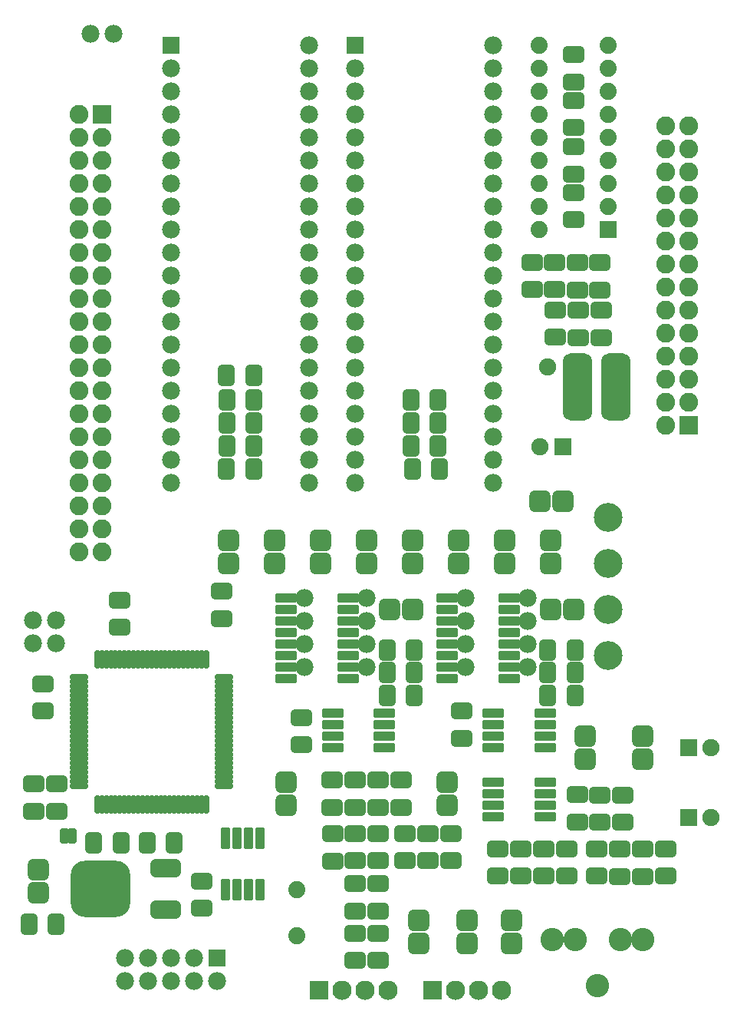
<source format=gts>
G04*
G04  File:            TURBOFMPRO_B.GTS, Thu Nov 11 21:08:36 2021*
G04  Source:          P-CAD 2006 PCB, Version 19.02.958, (Z:\home\lvd\d\turbofmpro\pcad\TurboFMpro_b.pcb)*
G04  Format:          Gerber Format (RS-274-D), ASCII*
G04*
G04  Format Options:  Absolute Positioning*
G04                   Leading-Zero Suppression*
G04                   Scale Factor 1:1*
G04                   NO Circular Interpolation*
G04                   Millimeter Units*
G04                   Numeric Format: 4.4 (XXXX.XXXX)*
G04                   G54 NOT Used for Aperture Change*
G04                   Apertures Embedded*
G04*
G04  File Options:    Offset = (0.000mm,0.000mm)*
G04                   Drill Symbol Size = 2.032mm*
G04                   No Pad/Via Holes*
G04*
G04  File Contents:   Pads*
G04                   No Vias*
G04                   No Designators*
G04                   No Types*
G04                   No Values*
G04                   No Drill Symbols*
G04                   Top Mask*
G04*
%INTURBOFMPRO_B.GTS*%
%ICAS*%
%MOMM*%
G04*
G04  Aperture MACROs for general use --- invoked via D-code assignment *
G04*
G04  General MACRO for flashed round with rotation and/or offset hole *
%AMROTOFFROUND*
1,1,$1,0.0000,0.0000*
1,0,$2,$3,$4*%
G04*
G04  General MACRO for flashed oval (obround) with rotation and/or offset hole *
%AMROTOFFOVAL*
21,1,$1,$2,0.0000,0.0000,$3*
1,1,$4,$5,$6*
1,1,$4,0-$5,0-$6*
1,0,$7,$8,$9*%
G04*
G04  General MACRO for flashed oval (obround) with rotation and no hole *
%AMROTOVALNOHOLE*
21,1,$1,$2,0.0000,0.0000,$3*
1,1,$4,$5,$6*
1,1,$4,0-$5,0-$6*%
G04*
G04  General MACRO for flashed rectangle with rotation and/or offset hole *
%AMROTOFFRECT*
21,1,$1,$2,0.0000,0.0000,$3*
1,0,$4,$5,$6*%
G04*
G04  General MACRO for flashed rectangle with rotation and no hole *
%AMROTRECTNOHOLE*
21,1,$1,$2,0.0000,0.0000,$3*%
G04*
G04  General MACRO for flashed rounded-rectangle *
%AMROUNDRECT*
21,1,$1,$2-$4,0.0000,0.0000,$3*
21,1,$1-$4,$2,0.0000,0.0000,$3*
1,1,$4,$5,$6*
1,1,$4,$7,$8*
1,1,$4,0-$5,0-$6*
1,1,$4,0-$7,0-$8*
1,0,$9,$10,$11*%
G04*
G04  General MACRO for flashed rounded-rectangle with rotation and no hole *
%AMROUNDRECTNOHOLE*
21,1,$1,$2-$4,0.0000,0.0000,$3*
21,1,$1-$4,$2,0.0000,0.0000,$3*
1,1,$4,$5,$6*
1,1,$4,$7,$8*
1,1,$4,0-$5,0-$6*
1,1,$4,0-$7,0-$8*%
G04*
G04  General MACRO for flashed regular polygon *
%AMREGPOLY*
5,1,$1,0.0000,0.0000,$2,$3+$4*
1,0,$5,$6,$7*%
G04*
G04  General MACRO for flashed regular polygon with no hole *
%AMREGPOLYNOHOLE*
5,1,$1,0.0000,0.0000,$2,$3+$4*%
G04*
G04  General MACRO for target *
%AMTARGET*
6,0,0,$1,$2,$3,4,$4,$5,$6*%
G04*
G04  General MACRO for mounting hole *
%AMMTHOLE*
1,1,$1,0,0*
1,0,$2,0,0*
$1=$1-$2*
$1=$1/2*
21,1,$2+$1,$3,0,0,$4*
21,1,$3,$2+$1,0,0,$4*%
G04*
G04*
G04  D10 : "Ellipse X0.254mm Y0.254mm H0.000mm 0.0deg (0.000mm,0.000mm) Draw"*
G04  Disc: OuterDia=0.2540*
%ADD10C, 0.2540*%
G04  D11 : "Ellipse X0.381mm Y0.381mm H0.000mm 0.0deg (0.000mm,0.000mm) Draw"*
G04  Disc: OuterDia=0.3810*
%ADD11C, 0.3810*%
G04  D12 : "Ellipse X0.500mm Y0.500mm H0.000mm 0.0deg (0.000mm,0.000mm) Draw"*
G04  Disc: OuterDia=0.5000*
%ADD12C, 0.5000*%
G04  D13 : "Ellipse X0.100mm Y0.100mm H0.000mm 0.0deg (0.000mm,0.000mm) Draw"*
G04  Disc: OuterDia=0.1000*
%ADD13C, 0.1000*%
G04  D14 : "Ellipse X1.000mm Y1.000mm H0.000mm 0.0deg (0.000mm,0.000mm) Draw"*
G04  Disc: OuterDia=1.0000*
%ADD14C, 1.0000*%
G04  D15 : "Ellipse X0.127mm Y0.127mm H0.000mm 0.0deg (0.000mm,0.000mm) Draw"*
G04  Disc: OuterDia=0.1270*
%ADD15C, 0.1270*%
G04  D16 : "Ellipse X0.150mm Y0.150mm H0.000mm 0.0deg (0.000mm,0.000mm) Draw"*
G04  Disc: OuterDia=0.1500*
%ADD16C, 0.1500*%
G04  D17 : "Ellipse X0.200mm Y0.200mm H0.000mm 0.0deg (0.000mm,0.000mm) Draw"*
G04  Disc: OuterDia=0.2000*
%ADD17C, 0.2000*%
G04  D18 : "Ellipse X0.250mm Y0.250mm H0.000mm 0.0deg (0.000mm,0.000mm) Draw"*
G04  Disc: OuterDia=0.2500*
%ADD18C, 0.2500*%
G04  D19 : "Ellipse X2.581mm Y2.581mm H0.000mm 0.0deg (0.000mm,0.000mm) Flash"*
G04  Disc: OuterDia=2.5810*
%ADD19C, 2.5810*%
G04  D20 : "Ellipse X2.800mm Y2.800mm H0.000mm 0.0deg (0.000mm,0.000mm) Flash"*
G04  Disc: OuterDia=2.8000*
%ADD20C, 2.8000*%
G04  D21 : "Ellipse X3.181mm Y3.181mm H0.000mm 0.0deg (0.000mm,0.000mm) Flash"*
G04  Disc: OuterDia=3.1810*
%ADD21C, 3.1810*%
G04  D22 : "Ellipse X1.500mm Y1.500mm H0.000mm 0.0deg (0.000mm,0.000mm) Flash"*
G04  Disc: OuterDia=1.5000*
%ADD22C, 1.5000*%
G04  D23 : "Ellipse X1.524mm Y1.524mm H0.000mm 0.0deg (0.000mm,0.000mm) Flash"*
G04  Disc: OuterDia=1.5240*
%ADD23C, 1.5240*%
G04  D24 : "Ellipse X1.600mm Y1.600mm H0.000mm 0.0deg (0.000mm,0.000mm) Flash"*
G04  Disc: OuterDia=1.6000*
%ADD24C, 1.6000*%
G04  D25 : "Ellipse X1.700mm Y1.700mm H0.000mm 0.0deg (0.000mm,0.000mm) Flash"*
G04  Disc: OuterDia=1.7000*
%ADD25C, 1.7000*%
G04  D26 : "Ellipse X1.750mm Y1.750mm H0.000mm 0.0deg (0.000mm,0.000mm) Flash"*
G04  Disc: OuterDia=1.7500*
%ADD26C, 1.7500*%
G04  D27 : "Ellipse X1.881mm Y1.881mm H0.000mm 0.0deg (0.000mm,0.000mm) Flash"*
G04  Disc: OuterDia=1.8810*
%ADD27C, 1.8810*%
G04  D28 : "Ellipse X1.905mm Y1.905mm H0.000mm 0.0deg (0.000mm,0.000mm) Flash"*
G04  Disc: OuterDia=1.9050*
%ADD28C, 1.9050*%
G04  D29 : "Ellipse X1.981mm Y1.981mm H0.000mm 0.0deg (0.000mm,0.000mm) Flash"*
G04  Disc: OuterDia=1.9810*
%ADD29C, 1.9810*%
G04  D30 : "Ellipse X2.081mm Y2.081mm H0.000mm 0.0deg (0.000mm,0.000mm) Flash"*
G04  Disc: OuterDia=2.0810*
%ADD30C, 2.0810*%
G04  D31 : "Ellipse X2.131mm Y2.131mm H0.000mm 0.0deg (0.000mm,0.000mm) Flash"*
G04  Disc: OuterDia=2.1310*
%ADD31C, 2.1310*%
G04  D32 : "Ellipse X2.200mm Y2.200mm H0.000mm 0.0deg (0.000mm,0.000mm) Flash"*
G04  Disc: OuterDia=2.2000*
%ADD32C, 2.2000*%
G04  D33 : "Rounded Rectangle X2.800mm Y7.000mm H0.000mm 0.0deg (0.000mm,0.000mm) Flash"*
G04  RoundRct: DimX=2.8000, DimY=7.0000, CornerRad=0.7000, Rotation=0.0, OffsetX=0.0000, OffsetY=0.0000, HoleDia=0.0000 *
%ADD33ROUNDRECTNOHOLE, 2.8000 X7.0000 X0.0 X1.4000 X-0.7000 X-2.8000 X-0.7000 X2.8000*%
G04  D34 : "Rounded Rectangle X3.000mm Y1.600mm H0.000mm 0.0deg (0.000mm,0.000mm) Flash"*
G04  RoundRct: DimX=3.0000, DimY=1.6000, CornerRad=0.4000, Rotation=0.0, OffsetX=0.0000, OffsetY=0.0000, HoleDia=0.0000 *
%ADD34ROUNDRECTNOHOLE, 3.0000 X1.6000 X0.0 X0.8000 X-1.1000 X-0.4000 X-1.1000 X0.4000*%
G04  D35 : "Rounded Rectangle X3.181mm Y7.381mm H0.000mm 0.0deg (0.000mm,0.000mm) Flash"*
G04  RoundRct: DimX=3.1810, DimY=7.3810, CornerRad=0.7953, Rotation=0.0, OffsetX=0.0000, OffsetY=0.0000, HoleDia=0.0000 *
%ADD35ROUNDRECTNOHOLE, 3.1810 X7.3810 X0.0 X1.5905 X-0.7953 X-2.8952 X-0.7953 X2.8952*%
G04  D36 : "Rounded Rectangle X3.381mm Y1.981mm H0.000mm 0.0deg (0.000mm,0.000mm) Flash"*
G04  RoundRct: DimX=3.3810, DimY=1.9810, CornerRad=0.4953, Rotation=0.0, OffsetX=0.0000, OffsetY=0.0000, HoleDia=0.0000 *
%ADD36ROUNDRECTNOHOLE, 3.3810 X1.9810 X0.0 X0.9905 X-1.1953 X-0.4953 X-1.1953 X0.4953*%
G04  D37 : "Rounded Rectangle X6.200mm Y5.800mm H0.000mm 0.0deg (0.000mm,0.000mm) Flash"*
G04  RoundRct: DimX=6.2000, DimY=5.8000, CornerRad=1.4500, Rotation=0.0, OffsetX=0.0000, OffsetY=0.0000, HoleDia=0.0000 *
%ADD37ROUNDRECTNOHOLE, 6.2000 X5.8000 X0.0 X2.9000 X-1.6500 X-1.4500 X-1.6500 X1.4500*%
G04  D38 : "Rounded Rectangle X6.581mm Y6.181mm H0.000mm 0.0deg (0.000mm,0.000mm) Flash"*
G04  RoundRct: DimX=6.5810, DimY=6.1810, CornerRad=1.5453, Rotation=0.0, OffsetX=0.0000, OffsetY=0.0000, HoleDia=0.0000 *
%ADD38ROUNDRECTNOHOLE, 6.5810 X6.1810 X0.0 X3.0905 X-1.7453 X-1.5453 X-1.7453 X1.5453*%
G04  D39 : "Rounded Rectangle X0.635mm Y1.270mm H0.000mm 0.0deg (0.000mm,0.000mm) Flash"*
G04  RoundRct: DimX=0.6350, DimY=1.2700, CornerRad=0.1588, Rotation=0.0, OffsetX=0.0000, OffsetY=0.0000, HoleDia=0.0000 *
%ADD39ROUNDRECTNOHOLE, 0.6350 X1.2700 X0.0 X0.3175 X-0.1588 X-0.4763 X-0.1588 X0.4763*%
G04  D40 : "Rounded Rectangle X1.500mm Y2.000mm H0.000mm 0.0deg (0.000mm,0.000mm) Flash"*
G04  RoundRct: DimX=1.5000, DimY=2.0000, CornerRad=0.3750, Rotation=0.0, OffsetX=0.0000, OffsetY=0.0000, HoleDia=0.0000 *
%ADD40ROUNDRECTNOHOLE, 1.5000 X2.0000 X0.0 X0.7500 X-0.3750 X-0.6250 X-0.3750 X0.6250*%
G04  D41 : "Rounded Rectangle X2.000mm Y1.500mm H0.000mm 0.0deg (0.000mm,0.000mm) Flash"*
G04  RoundRct: DimX=2.0000, DimY=1.5000, CornerRad=0.3750, Rotation=0.0, OffsetX=0.0000, OffsetY=0.0000, HoleDia=0.0000 *
%ADD41ROUNDRECTNOHOLE, 2.0000 X1.5000 X0.0 X0.7500 X-0.6250 X-0.3750 X-0.6250 X0.3750*%
G04  D42 : "Rounded Rectangle X1.600mm Y0.300mm H0.000mm 0.0deg (0.000mm,0.000mm) Flash"*
G04  RoundRct: DimX=1.6000, DimY=0.3000, CornerRad=0.0750, Rotation=0.0, OffsetX=0.0000, OffsetY=0.0000, HoleDia=0.0000 *
%ADD42ROUNDRECTNOHOLE, 1.6000 X0.3000 X0.0 X0.1500 X-0.7250 X-0.0750 X-0.7250 X0.0750*%
G04  D43 : "Rounded Rectangle X0.300mm Y1.600mm H0.000mm 0.0deg (0.000mm,0.000mm) Flash"*
G04  RoundRct: DimX=0.3000, DimY=1.6000, CornerRad=0.0750, Rotation=0.0, OffsetX=0.0000, OffsetY=0.0000, HoleDia=0.0000 *
%ADD43ROUNDRECTNOHOLE, 0.3000 X1.6000 X0.0 X0.1500 X-0.0750 X-0.7250 X-0.0750 X0.7250*%
G04  D44 : "Rounded Rectangle X1.016mm Y1.651mm H0.000mm 0.0deg (0.000mm,0.000mm) Flash"*
G04  RoundRct: DimX=1.0160, DimY=1.6510, CornerRad=0.2540, Rotation=0.0, OffsetX=0.0000, OffsetY=0.0000, HoleDia=0.0000 *
%ADD44ROUNDRECTNOHOLE, 1.0160 X1.6510 X0.0 X0.5080 X-0.2540 X-0.5715 X-0.2540 X0.5715*%
G04  D45 : "Rounded Rectangle X1.881mm Y2.381mm H0.000mm 0.0deg (0.000mm,0.000mm) Flash"*
G04  RoundRct: DimX=1.8810, DimY=2.3810, CornerRad=0.4703, Rotation=0.0, OffsetX=0.0000, OffsetY=0.0000, HoleDia=0.0000 *
%ADD45ROUNDRECTNOHOLE, 1.8810 X2.3810 X0.0 X0.9405 X-0.4703 X-0.7203 X-0.4703 X0.7203*%
G04  D46 : "Rounded Rectangle X2.381mm Y1.881mm H0.000mm 0.0deg (0.000mm,0.000mm) Flash"*
G04  RoundRct: DimX=2.3810, DimY=1.8810, CornerRad=0.4703, Rotation=0.0, OffsetX=0.0000, OffsetY=0.0000, HoleDia=0.0000 *
%ADD46ROUNDRECTNOHOLE, 2.3810 X1.8810 X0.0 X0.9405 X-0.7203 X-0.4703 X-0.7203 X0.4703*%
G04  D47 : "Rounded Rectangle X1.981mm Y0.681mm H0.000mm 0.0deg (0.000mm,0.000mm) Flash"*
G04  RoundRct: DimX=1.9810, DimY=0.6810, CornerRad=0.1703, Rotation=0.0, OffsetX=0.0000, OffsetY=0.0000, HoleDia=0.0000 *
%ADD47ROUNDRECTNOHOLE, 1.9810 X0.6810 X0.0 X0.3405 X-0.8203 X-0.1703 X-0.8203 X0.1703*%
G04  D48 : "Rounded Rectangle X0.681mm Y1.981mm H0.000mm 0.0deg (0.000mm,0.000mm) Flash"*
G04  RoundRct: DimX=0.6810, DimY=1.9810, CornerRad=0.1703, Rotation=0.0, OffsetX=0.0000, OffsetY=0.0000, HoleDia=0.0000 *
%ADD48ROUNDRECTNOHOLE, 0.6810 X1.9810 X0.0 X0.3405 X-0.1703 X-0.8203 X-0.1703 X0.8203*%
G04  D49 : "Rounded Rectangle X2.000mm Y2.000mm H0.000mm 0.0deg (0.000mm,0.000mm) Flash"*
G04  RoundRct: DimX=2.0000, DimY=2.0000, CornerRad=0.5000, Rotation=0.0, OffsetX=0.0000, OffsetY=0.0000, HoleDia=0.0000 *
%ADD49ROUNDRECTNOHOLE, 2.0000 X2.0000 X0.0 X1.0000 X-0.5000 X-0.5000 X-0.5000 X0.5000*%
G04  D50 : "Rounded Rectangle X2.032mm Y0.660mm H0.000mm 0.0deg (0.000mm,0.000mm) Flash"*
G04  RoundRct: DimX=2.0320, DimY=0.6604, CornerRad=0.1651, Rotation=0.0, OffsetX=0.0000, OffsetY=0.0000, HoleDia=0.0000 *
%ADD50ROUNDRECTNOHOLE, 2.0320 X0.6604 X0.0 X0.3302 X-0.8509 X-0.1651 X-0.8509 X0.1651*%
G04  D51 : "Rounded Rectangle X0.660mm Y2.032mm H0.000mm 0.0deg (0.000mm,0.000mm) Flash"*
G04  RoundRct: DimX=0.6604, DimY=2.0320, CornerRad=0.1651, Rotation=0.0, OffsetX=0.0000, OffsetY=0.0000, HoleDia=0.0000 *
%ADD51ROUNDRECTNOHOLE, 0.6604 X2.0320 X0.0 X0.3302 X-0.1651 X-0.8509 X-0.1651 X0.8509*%
G04  D52 : "Rounded Rectangle X2.381mm Y2.381mm H0.000mm 0.0deg (0.000mm,0.000mm) Flash"*
G04  RoundRct: DimX=2.3810, DimY=2.3810, CornerRad=0.5953, Rotation=0.0, OffsetX=0.0000, OffsetY=0.0000, HoleDia=0.0000 *
%ADD52ROUNDRECTNOHOLE, 2.3810 X2.3810 X0.0 X1.1905 X-0.5953 X-0.5953 X-0.5953 X0.5953*%
G04  D53 : "Rounded Rectangle X2.413mm Y1.041mm H0.000mm 0.0deg (0.000mm,0.000mm) Flash"*
G04  RoundRct: DimX=2.4130, DimY=1.0414, CornerRad=0.2604, Rotation=0.0, OffsetX=0.0000, OffsetY=0.0000, HoleDia=0.0000 *
%ADD53ROUNDRECTNOHOLE, 2.4130 X1.0414 X0.0 X0.5207 X-0.9462 X-0.2604 X-0.9462 X0.2604*%
G04  D54 : "Rounded Rectangle X1.041mm Y2.413mm H0.000mm 0.0deg (0.000mm,0.000mm) Flash"*
G04  RoundRct: DimX=1.0414, DimY=2.4130, CornerRad=0.2604, Rotation=0.0, OffsetX=0.0000, OffsetY=0.0000, HoleDia=0.0000 *
%ADD54ROUNDRECTNOHOLE, 1.0414 X2.4130 X0.0 X0.5207 X-0.2604 X-0.9462 X-0.2604 X0.9462*%
G04  D55 : "Rectangle X1.500mm Y1.500mm H0.000mm 0.0deg (0.000mm,0.000mm) Flash"*
G04  Square: Side=1.5000, Rotation=0.0, OffsetX=0.0000, OffsetY=0.0000, HoleDia=0.0000*
%ADD55R, 1.5000 X1.5000*%
G04  D56 : "Rectangle X1.524mm Y1.524mm H0.000mm 0.0deg (0.000mm,0.000mm) Flash"*
G04  Square: Side=1.5240, Rotation=0.0, OffsetX=0.0000, OffsetY=0.0000, HoleDia=0.0000*
%ADD56R, 1.5240 X1.5240*%
G04  D57 : "Rectangle X1.600mm Y1.600mm H0.000mm 0.0deg (0.000mm,0.000mm) Flash"*
G04  Square: Side=1.6000, Rotation=0.0, OffsetX=0.0000, OffsetY=0.0000, HoleDia=0.0000*
%ADD57R, 1.6000 X1.6000*%
G04  D58 : "Rectangle X1.700mm Y1.700mm H0.000mm 0.0deg (0.000mm,0.000mm) Flash"*
G04  Square: Side=1.7000, Rotation=0.0, OffsetX=0.0000, OffsetY=0.0000, HoleDia=0.0000*
%ADD58R, 1.7000 X1.7000*%
G04  D59 : "Rectangle X1.750mm Y1.750mm H0.000mm 0.0deg (0.000mm,0.000mm) Flash"*
G04  Square: Side=1.7500, Rotation=0.0, OffsetX=0.0000, OffsetY=0.0000, HoleDia=0.0000*
%ADD59R, 1.7500 X1.7500*%
G04  D60 : "Rectangle X1.881mm Y1.881mm H0.000mm 0.0deg (0.000mm,0.000mm) Flash"*
G04  Square: Side=1.8810, Rotation=0.0, OffsetX=0.0000, OffsetY=0.0000, HoleDia=0.0000*
%ADD60R, 1.8810 X1.8810*%
G04  D61 : "Rectangle X1.905mm Y1.905mm H0.000mm 0.0deg (0.000mm,0.000mm) Flash"*
G04  Square: Side=1.9050, Rotation=0.0, OffsetX=0.0000, OffsetY=0.0000, HoleDia=0.0000*
%ADD61R, 1.9050 X1.9050*%
G04  D62 : "Rectangle X1.981mm Y1.981mm H0.000mm 0.0deg (0.000mm,0.000mm) Flash"*
G04  Square: Side=1.9810, Rotation=0.0, OffsetX=0.0000, OffsetY=0.0000, HoleDia=0.0000*
%ADD62R, 1.9810 X1.9810*%
G04  D63 : "Rectangle X2.081mm Y2.081mm H0.000mm 0.0deg (0.000mm,0.000mm) Flash"*
G04  Square: Side=2.0810, Rotation=0.0, OffsetX=0.0000, OffsetY=0.0000, HoleDia=0.0000*
%ADD63R, 2.0810 X2.0810*%
G04  D64 : "Rectangle X2.131mm Y2.131mm H0.000mm 0.0deg (0.000mm,0.000mm) Flash"*
G04  Square: Side=2.1310, Rotation=0.0, OffsetX=0.0000, OffsetY=0.0000, HoleDia=0.0000*
%ADD64R, 2.1310 X2.1310*%
G04  D65 : "Ellipse X2.900mm Y2.900mm H0.000mm 0.0deg (0.000mm,0.000mm) Flash"*
G04  Disc: OuterDia=2.9000*
%ADD65C, 2.9000*%
G04  D66 : "Ellipse X3.281mm Y3.281mm H0.000mm 0.0deg (0.000mm,0.000mm) Flash"*
G04  Disc: OuterDia=3.2810*
%ADD66C, 3.2810*%
G04  D67 : "Ellipse X4.500mm Y4.500mm H0.000mm 0.0deg (0.000mm,0.000mm) Flash"*
G04  Disc: OuterDia=4.5000*
%ADD67C, 4.5000*%
G04  D68 : "Ellipse X4.881mm Y4.881mm H0.000mm 0.0deg (0.000mm,0.000mm) Flash"*
G04  Disc: OuterDia=4.8810*
%ADD68C, 4.8810*%
G04  D69 : "Ellipse X1.016mm Y1.016mm H0.000mm 0.0deg (0.000mm,0.000mm) Flash"*
G04  Disc: OuterDia=1.0160*
%ADD69C, 1.0160*%
G04  D70 : "Ellipse X1.397mm Y1.397mm H0.000mm 0.0deg (0.000mm,0.000mm) Flash"*
G04  Disc: OuterDia=1.3970*
%ADD70C, 1.3970*%
G04*
%FSLAX44Y44*%
%SFA1B1*%
%OFA0.000B0.000*%
G04*
G71*
G90*
G01*
D2*
%LNTop Mask*%
D52*
X2190000Y792300D3*
Y817700D3*
D46*
X2392500Y1094760D3*
Y1124760D3*
D52*
X2400300Y1181100D3*
Y1155700D3*
D45*
X2427740Y1260000D3*
X2397740D3*
X2428240Y1310200D3*
X2398240D3*
X2428240Y1335600D3*
X2398240D3*
D29*
X2484120Y1041400D3*
Y1117600D3*
Y1092200D3*
D52*
X2451100Y1181100D3*
Y1155700D3*
D46*
X2565000Y747740D3*
Y717740D3*
X2540000Y747740D3*
Y717740D3*
X2565000Y772260D3*
Y802260D3*
X2540000Y772260D3*
Y802260D3*
D29*
X2552700Y1041400D3*
Y1117600D3*
Y1092200D3*
D52*
Y1181100D3*
Y1155700D3*
X2603500Y1181100D3*
Y1155700D3*
D45*
X2632740Y1260000D3*
X2602740D3*
X2631440Y1310200D3*
X2601440D3*
X2631440Y1335600D3*
X2601440D3*
D29*
X2730500Y1041400D3*
Y1117600D3*
Y1092200D3*
D52*
X2705100Y1181100D3*
Y1155700D3*
D46*
X2785000Y900240D3*
Y870240D3*
D52*
X2794000Y965200D3*
Y939800D3*
X2755900Y1181100D3*
Y1155700D3*
D46*
X2785900Y1404460D3*
Y1434460D3*
X2760500Y1434940D3*
Y1404940D3*
X2781300Y1564640D3*
Y1534640D3*
Y1666240D3*
Y1636240D3*
Y1686560D3*
Y1716560D3*
X2835000Y869760D3*
Y899760D3*
D52*
X2857500Y965200D3*
Y939800D3*
D46*
X2185000Y882260D3*
Y912260D3*
X2195000Y1022740D3*
Y992740D3*
D45*
X2309760Y847500D3*
X2339760D3*
X2427740Y1362500D3*
X2397740D3*
X2428240Y1284800D3*
X2398240D3*
D27*
X2475000Y795800D3*
Y745000D3*
D52*
X2463800Y914400D3*
Y889000D3*
D29*
X2484120Y1066800D3*
D46*
X2540000Y857740D3*
Y827740D3*
Y886460D3*
Y916460D3*
X2565400Y886460D3*
Y916460D3*
X2565000Y857740D3*
Y827740D3*
D29*
X2552700Y1066800D3*
D46*
X2620000Y857740D3*
Y827740D3*
X2645000Y857740D3*
Y827740D3*
D52*
X2641600Y914400D3*
Y889000D3*
X2610000Y761700D3*
Y736300D3*
D45*
X2631440Y1284800D3*
X2601440D3*
D52*
X2712200Y736600D3*
Y762000D3*
D46*
X2697400Y840740D3*
Y810740D3*
X2722800Y840740D3*
Y810740D3*
D29*
X2730500Y1066800D3*
D46*
X2773600Y840740D3*
Y810740D3*
X2785000Y1457260D3*
Y1487260D3*
X2760000Y1487740D3*
Y1457740D3*
X2781300Y1584960D3*
Y1614960D3*
X2832100Y810260D3*
Y840260D3*
X2857500Y810260D3*
Y840260D3*
X2480000Y985240D3*
Y955240D3*
X2370000Y805240D3*
Y775240D3*
D36*
X2330580Y773340D3*
Y819060D3*
D38*
X2258780Y796200D3*
D46*
X2280000Y1084760D3*
Y1114760D3*
D29*
X2661920Y1041400D3*
D45*
X2574760Y1035000D3*
X2604760D3*
X2574760Y1010000D3*
X2604760D3*
D29*
X2661920Y1117600D3*
Y1092200D3*
D52*
X2577300Y1105000D3*
X2602700D3*
X2654300Y1181100D3*
Y1155700D3*
X2501900Y1181100D3*
Y1155700D3*
D28*
X2932500Y875000D3*
D61*
X2907500D3*
D46*
X2810000Y869760D3*
Y899760D3*
D28*
X2932500Y952500D3*
D61*
X2907500D3*
D46*
X2811300Y1404460D3*
Y1434460D3*
D45*
X2251260Y847000D3*
X2281260D3*
D62*
X2387500Y720000D3*
D29*
Y694600D3*
X2285900D3*
Y720000D3*
X2311300D3*
Y694600D3*
X2336700Y720000D3*
Y694600D3*
X2362100Y720000D3*
Y694600D3*
D46*
X2210000Y882260D3*
Y912260D3*
D54*
X2396900Y852500D3*
X2422300D3*
X2435000D3*
X2396900Y795350D3*
X2422300D3*
X2435000D3*
X2409600Y852500D3*
Y795350D3*
D29*
X2247900Y1739900D3*
X2273300D3*
D46*
X2748200Y840740D3*
Y810740D3*
D53*
X2692400Y876300D3*
Y901700D3*
Y914400D3*
X2749550Y876300D3*
Y901700D3*
Y914400D3*
X2692400Y889000D3*
X2749550D3*
D46*
X2595000Y857740D3*
Y827740D3*
X2515000Y827260D3*
Y857260D3*
X2514600Y886460D3*
Y916460D3*
X2590800Y886460D3*
Y916460D3*
D64*
X2625000Y685000D3*
D31*
X2650400D3*
X2701200D3*
X2675800D3*
D64*
X2500000D3*
D31*
X2525400D3*
X2576200D3*
X2550800D3*
D52*
X2663000Y761700D3*
Y736300D3*
D53*
X2641600Y1041400D3*
Y1054100D3*
Y1028700D3*
Y1079500D3*
Y1117600D3*
Y1104900D3*
Y1092200D3*
X2710180Y1028700D3*
Y1054100D3*
Y1041400D3*
Y1092200D3*
Y1079500D3*
Y1104900D3*
Y1117600D3*
X2641600Y1066800D3*
X2710180D3*
D29*
X2661920D3*
D45*
X2574760Y1060000D3*
X2604760D3*
D46*
X2735000Y1487740D3*
Y1457740D3*
X2806700Y840740D3*
Y810740D3*
X2882900Y840740D3*
Y810740D3*
X2810000Y1457260D3*
Y1487260D3*
D47*
X2395000Y990000D3*
Y995000D3*
Y1000000D3*
Y1005000D3*
Y1010000D3*
Y1015000D3*
Y1020000D3*
Y1025000D3*
Y1030000D3*
D48*
X2370000Y1050000D3*
X2375000D3*
D47*
X2395000Y915000D3*
Y920000D3*
Y925000D3*
Y930000D3*
Y935000D3*
Y940000D3*
Y945000D3*
Y950000D3*
Y955000D3*
Y960000D3*
Y965000D3*
Y970000D3*
Y975000D3*
Y980000D3*
D48*
X2370000Y890000D3*
X2375000D3*
X2295000Y1050000D3*
X2350000D3*
X2345000D3*
X2340000D3*
X2335000D3*
X2330000D3*
X2325000D3*
X2320000D3*
X2315000D3*
X2310000D3*
X2305000D3*
X2300000D3*
X2355000D3*
X2335000Y890000D3*
X2340000D3*
X2345000D3*
X2350000D3*
X2295000D3*
X2300000D3*
X2305000D3*
X2310000D3*
X2315000D3*
X2320000D3*
X2325000D3*
X2330000D3*
X2355000D3*
X2275000Y1050000D3*
X2270000D3*
X2265000D3*
X2260000D3*
X2255000D3*
X2280000D3*
D47*
X2235000Y1025000D3*
Y1020000D3*
Y1015000D3*
Y1010000D3*
Y1005000D3*
Y1000000D3*
Y995000D3*
Y990000D3*
Y1030000D3*
Y950000D3*
Y945000D3*
Y940000D3*
Y935000D3*
Y930000D3*
Y925000D3*
Y920000D3*
Y915000D3*
Y980000D3*
Y975000D3*
Y970000D3*
Y965000D3*
Y960000D3*
Y955000D3*
D48*
X2260000Y890000D3*
X2265000D3*
X2270000D3*
X2275000D3*
X2255000D3*
X2280000D3*
D47*
X2395000Y910000D3*
Y985000D3*
X2235000Y910000D3*
Y985000D3*
D48*
X2365000Y1050000D3*
X2290000D3*
X2285000D3*
X2360000D3*
X2365000Y890000D3*
X2290000D3*
X2360000D3*
X2285000D3*
D53*
X2514800Y952500D3*
Y977900D3*
Y990600D3*
X2571950Y952500D3*
Y977900D3*
Y990600D3*
X2514800Y965200D3*
X2571950D3*
X2692400Y952500D3*
Y977900D3*
Y990600D3*
X2749550Y952500D3*
Y977900D3*
Y990600D3*
X2692400Y965200D3*
X2749550D3*
D46*
X2657500Y992740D3*
Y962740D3*
D21*
X2819400Y1155700D3*
Y1104900D3*
Y1206500D3*
Y1054100D3*
D30*
X2260600Y1168400D3*
Y1244600D3*
Y1219200D3*
Y1320800D3*
Y1295400D3*
Y1397000D3*
Y1371600D3*
Y1473200D3*
Y1447800D3*
Y1549400D3*
Y1524000D3*
Y1625600D3*
Y1600200D3*
Y1422400D3*
Y1346200D3*
Y1270000D3*
Y1193800D3*
Y1574800D3*
Y1498600D3*
D63*
Y1651000D3*
D30*
X2235200Y1168400D3*
Y1219200D3*
Y1244600D3*
Y1295400D3*
Y1320800D3*
Y1371600D3*
Y1397000D3*
Y1447800D3*
Y1473200D3*
Y1549400D3*
Y1524000D3*
Y1625600D3*
Y1600200D3*
Y1193800D3*
Y1270000D3*
Y1346200D3*
Y1422400D3*
Y1498600D3*
Y1574800D3*
Y1651000D3*
D29*
X2540000Y1244600D3*
Y1320800D3*
Y1295400D3*
Y1397000D3*
Y1371600D3*
Y1473200D3*
Y1447800D3*
Y1549400D3*
Y1524000D3*
Y1625600D3*
Y1600200D3*
Y1676400D3*
Y1701800D3*
X2692400Y1244600D3*
Y1320800D3*
Y1295400D3*
Y1397000D3*
Y1371600D3*
Y1473200D3*
Y1447800D3*
Y1549400D3*
Y1524000D3*
Y1625600D3*
Y1600200D3*
Y1701800D3*
Y1676400D3*
X2540000Y1498600D3*
Y1422400D3*
Y1346200D3*
Y1270000D3*
D61*
Y1727200D3*
D29*
Y1651000D3*
Y1574800D3*
X2692400Y1498600D3*
Y1422400D3*
Y1346200D3*
Y1270000D3*
Y1727200D3*
Y1651000D3*
Y1574800D3*
D30*
X2882900Y1638300D3*
Y1562100D3*
Y1587500D3*
Y1485900D3*
Y1511300D3*
Y1435100D3*
Y1409700D3*
Y1358900D3*
Y1333500D3*
Y1612900D3*
Y1536700D3*
Y1460500D3*
Y1384300D3*
Y1308100D3*
X2908300Y1638300D3*
Y1562100D3*
Y1587500D3*
Y1485900D3*
Y1511300D3*
Y1409700D3*
Y1435100D3*
Y1333500D3*
Y1358900D3*
Y1612900D3*
Y1536700D3*
Y1460500D3*
Y1384300D3*
D63*
Y1308100D3*
D29*
X2184400Y1092400D3*
X2209800D3*
D45*
X2752260Y1035000D3*
X2782260D3*
X2752260Y1010000D3*
X2782260D3*
D52*
X2755900Y1104900D3*
X2781300D3*
D45*
X2179760Y757500D3*
X2209760D3*
D44*
X2218610Y855000D3*
X2227500D3*
D53*
X2463800Y1041400D3*
Y1054100D3*
Y1028700D3*
Y1079500D3*
Y1117600D3*
Y1104900D3*
Y1092200D3*
X2532380Y1028700D3*
Y1054100D3*
Y1041400D3*
Y1092200D3*
Y1079500D3*
Y1104900D3*
Y1117600D3*
X2463800Y1066800D3*
X2532380D3*
D29*
X2184400Y1067000D3*
X2209800D3*
D52*
X2768700Y1224000D3*
X2743300D3*
D45*
X2752260Y1060000D3*
X2782260D3*
D28*
X2828000Y1372000D3*
X2751800D3*
X2743600Y1284000D3*
D61*
X2769000D3*
D35*
X2827500Y1350500D3*
X2785500D3*
D19*
X2857500Y740400D3*
X2832500D3*
X2782500D3*
X2757500D3*
X2807500Y690000D3*
D27*
X2819400Y1701800D3*
Y1727200D3*
X2743200D3*
Y1701800D3*
X2819400Y1625600D3*
Y1651000D3*
X2743200D3*
Y1625600D3*
X2819400Y1549400D3*
Y1574800D3*
X2743200D3*
Y1549400D3*
X2819400Y1600200D3*
Y1676400D3*
X2743200D3*
Y1600200D3*
Y1524000D3*
D60*
X2819400D3*
D29*
X2336800Y1244600D3*
Y1320800D3*
Y1295400D3*
Y1397000D3*
Y1371600D3*
Y1473200D3*
Y1447800D3*
Y1549400D3*
Y1524000D3*
Y1625600D3*
Y1600200D3*
Y1676400D3*
Y1701800D3*
X2489200Y1244600D3*
Y1320800D3*
Y1295400D3*
Y1397000D3*
Y1371600D3*
Y1473200D3*
Y1447800D3*
Y1549400D3*
Y1524000D3*
Y1625600D3*
Y1600200D3*
Y1701800D3*
Y1676400D3*
X2336800Y1498600D3*
Y1422400D3*
Y1346200D3*
Y1270000D3*
D61*
Y1727200D3*
D29*
Y1651000D3*
Y1574800D3*
X2489200Y1498600D3*
Y1422400D3*
Y1346200D3*
Y1270000D3*
Y1727200D3*
Y1651000D3*
Y1574800D3*
D02M02*

</source>
